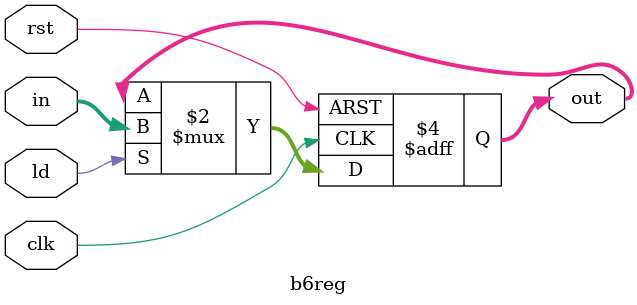
<source format=sv>
module b6reg(input [5:0] in, input ld , clk, rst, output reg [5:0] out);
  always@(posedge clk, posedge rst) begin
    if(rst)
      out = 6'b000000;
    else
      if(ld)
        out <= in;
  end
endmodule


</source>
